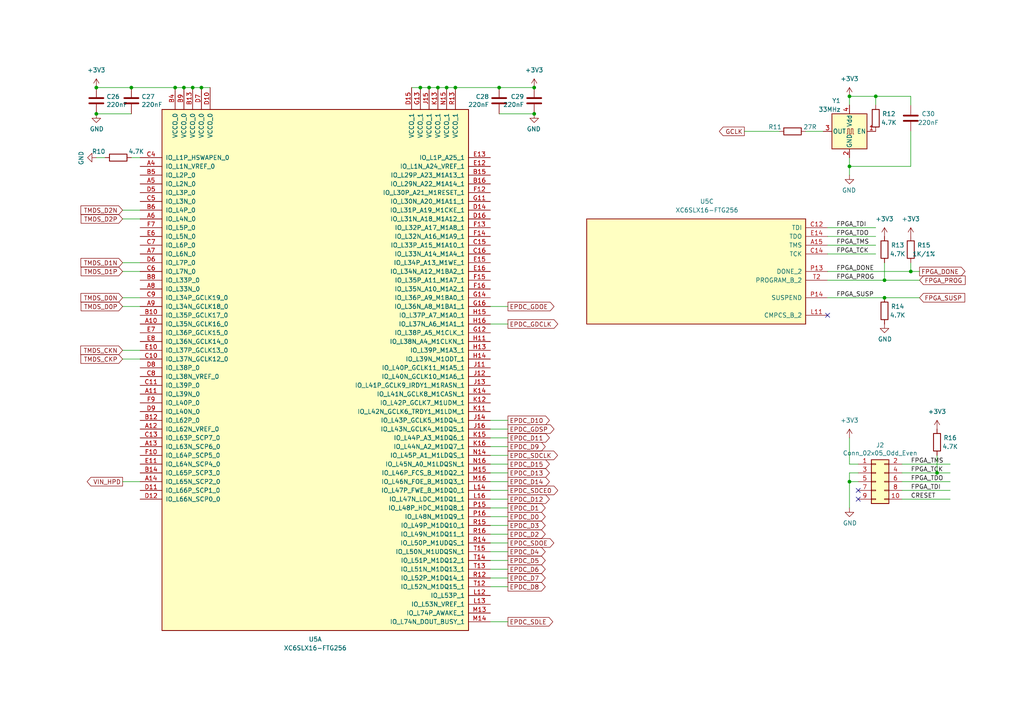
<source format=kicad_sch>
(kicad_sch (version 20230121) (generator eeschema)
  (paper "A4")
  (title_block (title "Caster EPDC") (date "2022-07-03") (rev "R0.4") (company "Copyright 2022 Modos / Engineer: Wenting Zhang"))
  (lib_symbols
    (symbol "Connector_Generic:Conn_02x05_Odd_Even" (pin_names (offset 1.016) hide)
      (property "Reference" "J" (at 1.27 7.62 0))
      (property "Value" "Conn_02x05_Odd_Even" (at 1.27 -7.62 0))
      (symbol "Conn_02x05_Odd_Even_1_1"
        (rectangle (start -1.27 -4.953) (end 0 -5.207) (stroke (width 0.1524)))
        (rectangle (start -1.27 -2.413) (end 0 -2.667) (stroke (width 0.1524)))
        (rectangle (start -1.27 0.127) (end 0 -0.127) (stroke (width 0.1524)))
        (rectangle (start -1.27 2.667) (end 0 2.413) (stroke (width 0.1524)))
        (rectangle (start -1.27 5.207) (end 0 4.953) (stroke (width 0.1524)))
        (rectangle (start -1.27 6.35) (end 3.81 -6.35) (stroke (width 0.254)) (fill (type background)))
        (rectangle (start 3.81 -4.953) (end 2.54 -5.207) (stroke (width 0.1524)))
        (rectangle (start 3.81 -2.413) (end 2.54 -2.667) (stroke (width 0.1524)))
        (rectangle (start 3.81 0.127) (end 2.54 -0.127) (stroke (width 0.1524)))
        (rectangle (start 3.81 2.667) (end 2.54 2.413) (stroke (width 0.1524)))
        (rectangle (start 3.81 5.207) (end 2.54 4.953) (stroke (width 0.1524)))
        (pin passive line (at -5.08 5.08 0) (length 3.81) (name "Pin_1") (number "1"))
        (pin passive line (at 7.62 -5.08 180) (length 3.81) (name "Pin_10") (number "10"))
        (pin passive line (at 7.62 5.08 180) (length 3.81) (name "Pin_2") (number "2"))
        (pin passive line (at -5.08 2.54 0) (length 3.81) (name "Pin_3") (number "3"))
        (pin passive line (at 7.62 2.54 180) (length 3.81) (name "Pin_4") (number "4"))
        (pin passive line (at -5.08 0 0) (length 3.81) (name "Pin_5") (number "5"))
        (pin passive line (at 7.62 0 180) (length 3.81) (name "Pin_6") (number "6"))
        (pin passive line (at -5.08 -2.54 0) (length 3.81) (name "Pin_7") (number "7"))
        (pin passive line (at 7.62 -2.54 180) (length 3.81) (name "Pin_8") (number "8"))
        (pin passive line (at -5.08 -5.08 0) (length 3.81) (name "Pin_9") (number "9"))
      )
    )
    (symbol "Device:C" (pin_numbers hide) (pin_names (offset 0.254))
      (property "Reference" "C" (at 0.635 2.54 0))
      (property "Value" "C" (at 0.635 -2.54 0))
      (symbol "C_0_1"
        (polyline (pts (xy -2.032 -0.762) (xy 2.032 -0.762)) (stroke (width 0.508)))
        (polyline (pts (xy -2.032 0.762) (xy 2.032 0.762)) (stroke (width 0.508)))
      )
      (symbol "C_1_1"
        (pin passive line (at 0 3.81 270) (length 2.794) (name "~") (number "1"))
        (pin passive line (at 0 -3.81 90) (length 2.794) (name "~") (number "2"))
      )
    )
    (symbol "Device:R" (pin_numbers hide) (pin_names (offset 0))
      (property "Reference" "R" (at 2.032 0 90))
      (property "Value" "R" (at 0 0 90))
      (symbol "R_0_1"
        (rectangle (start -1.016 -2.54) (end 1.016 2.54) (stroke (width 0.254)))
      )
      (symbol "R_1_1"
        (pin passive line (at 0 3.81 270) (length 1.27) (name "~") (number "1"))
        (pin passive line (at 0 -3.81 90) (length 1.27) (name "~") (number "2"))
      )
    )
    (symbol "FPGA_Xilinx_Spartan6:XC6SLX16-FTG256" (pin_names (offset 1.016))
      (property "Reference" "U" (at 0 1.27 0))
      (property "Value" "XC6SLX16-FTG256" (at 0 -1.27 0))
      (symbol "XC6SLX16-FTG256_1_1"
        (rectangle (start -44.45 72.39) (end 44.45 -78.74) (stroke (width 0.254)) (fill (type background)))
        (pin bidirectional line (at -50.8 10.16 0) (length 6.35) (name "IO_L35N_GCLK16_0") (number "A10"))
        (pin bidirectional line (at -50.8 -10.16 0) (length 6.35) (name "IO_L39N_0") (number "A11"))
        (pin bidirectional line (at -50.8 -20.32 0) (length 6.35) (name "IO_L62N_VREF_0") (number "A12"))
        (pin bidirectional line (at -50.8 -25.4 0) (length 6.35) (name "IO_L63N_SCP6_0") (number "A13"))
        (pin bidirectional line (at -50.8 -35.56 0) (length 6.35) (name "IO_L65N_SCP2_0") (number "A14"))
        (pin bidirectional line (at -50.8 55.88 0) (length 6.35) (name "IO_L1N_VREF_0") (number "A4"))
        (pin bidirectional line (at -50.8 50.8 0) (length 6.35) (name "IO_L2N_0") (number "A5"))
        (pin bidirectional line (at -50.8 40.64 0) (length 6.35) (name "IO_L4N_0") (number "A6"))
        (pin bidirectional line (at -50.8 30.48 0) (length 6.35) (name "IO_L6N_0") (number "A7"))
        (pin bidirectional line (at -50.8 20.32 0) (length 6.35) (name "IO_L33N_0") (number "A8"))
        (pin bidirectional line (at -50.8 15.24 0) (length 6.35) (name "IO_L34N_GCLK18_0") (number "A9"))
        (pin bidirectional line (at -50.8 12.7 0) (length 6.35) (name "IO_L35P_GCLK17_0") (number "B10"))
        (pin bidirectional line (at -50.8 -17.78 0) (length 6.35) (name "IO_L62P_0") (number "B12"))
        (pin power_in line (at -35.56 78.74 270) (length 6.35) (name "VCCO_0") (number "B13"))
        (pin bidirectional line (at -50.8 -33.02 0) (length 6.35) (name "IO_L65P_SCP3_0") (number "B14"))
        (pin bidirectional line (at 50.8 53.34 180) (length 6.35) (name "IO_L29P_A23_M1A13_1") (number "B15"))
        (pin bidirectional line (at 50.8 50.8 180) (length 6.35) (name "IO_L29N_A22_M1A14_1") (number "B16"))
        (pin power_in line (at -40.64 78.74 270) (length 6.35) (name "VCCO_0") (number "B4"))
        (pin bidirectional line (at -50.8 53.34 0) (length 6.35) (name "IO_L2P_0") (number "B5"))
        (pin bidirectional line (at -50.8 43.18 0) (length 6.35) (name "IO_L4P_0") (number "B6"))
        (pin bidirectional line (at -50.8 22.86 0) (length 6.35) (name "IO_L33P_0") (number "B8"))
        (pin power_in line (at -38.1 78.74 270) (length 6.35) (name "VCCO_0") (number "B9"))
        (pin bidirectional line (at -50.8 0 0) (length 6.35) (name "IO_L37N_GCLK12_0") (number "C10"))
        (pin bidirectional line (at -50.8 -7.62 0) (length 6.35) (name "IO_L39P_0") (number "C11"))
        (pin bidirectional line (at -50.8 -22.86 0) (length 6.35) (name "IO_L63P_SCP7_0") (number "C13"))
        (pin bidirectional line (at 50.8 33.02 180) (length 6.35) (name "IO_L33P_A15_M1A10_1") (number "C15"))
        (pin bidirectional line (at 50.8 30.48 180) (length 6.35) (name "IO_L33N_A14_M1A4_1") (number "C16"))
        (pin bidirectional line (at -50.8 58.42 0) (length 6.35) (name "IO_L1P_HSWAPEN_0") (number "C4"))
        (pin bidirectional line (at -50.8 45.72 0) (length 6.35) (name "IO_L3N_0") (number "C5"))
        (pin bidirectional line (at -50.8 25.4 0) (length 6.35) (name "IO_L7N_0") (number "C6"))
        (pin bidirectional line (at -50.8 33.02 0) (length 6.35) (name "IO_L6P_0") (number "C7"))
        (pin bidirectional line (at -50.8 -5.08 0) (length 6.35) (name "IO_L38N_VREF_0") (number "C8"))
        (pin bidirectional line (at -50.8 17.78 0) (length 6.35) (name "IO_L34P_GCLK19_0") (number "C9"))
        (pin power_in line (at -30.48 78.74 270) (length 6.35) (name "VCCO_0") (number "D10"))
        (pin bidirectional line (at -50.8 -38.1 0) (length 6.35) (name "IO_L66P_SCP1_0") (number "D11"))
        (pin bidirectional line (at -50.8 -40.64 0) (length 6.35) (name "IO_L66N_SCP0_0") (number "D12"))
        (pin bidirectional line (at 50.8 43.18 180) (length 6.35) (name "IO_L31P_A19_M1CKE_1") (number "D14"))
        (pin power_in line (at 27.94 78.74 270) (length 6.35) (name "VCCO_1") (number "D15"))
        (pin bidirectional line (at 50.8 40.64 180) (length 6.35) (name "IO_L31N_A18_M1A12_1") (number "D16"))
        (pin bidirectional line (at -50.8 48.26 0) (length 6.35) (name "IO_L3P_0") (number "D5"))
        (pin bidirectional line (at -50.8 27.94 0) (length 6.35) (name "IO_L7P_0") (number "D6"))
        (pin power_in line (at -33.02 78.74 270) (length 6.35) (name "VCCO_0") (number "D7"))
        (pin bidirectional line (at -50.8 -2.54 0) (length 6.35) (name "IO_L38P_0") (number "D8"))
        (pin bidirectional line (at -50.8 -15.24 0) (length 6.35) (name "IO_L40N_0") (number "D9"))
        (pin bidirectional line (at -50.8 2.54 0) (length 6.35) (name "IO_L37P_GCLK13_0") (number "E10"))
        (pin bidirectional line (at -50.8 -30.48 0) (length 6.35) (name "IO_L64N_SCP4_0") (number "E11"))
        (pin bidirectional line (at 50.8 55.88 180) (length 6.35) (name "IO_L1N_A24_VREF_1") (number "E12"))
        (pin bidirectional line (at 50.8 58.42 180) (length 6.35) (name "IO_L1P_A25_1") (number "E13"))
        (pin bidirectional line (at 50.8 27.94 180) (length 6.35) (name "IO_L34P_A13_M1WE_1") (number "E15"))
        (pin bidirectional line (at 50.8 25.4 180) (length 6.35) (name "IO_L34N_A12_M1BA2_1") (number "E16"))
        (pin bidirectional line (at -50.8 35.56 0) (length 6.35) (name "IO_L5N_0") (number "E6"))
        (pin bidirectional line (at -50.8 7.62 0) (length 6.35) (name "IO_L36P_GCLK15_0") (number "E7"))
        (pin bidirectional line (at -50.8 5.08 0) (length 6.35) (name "IO_L36N_GCLK14_0") (number "E8"))
        (pin bidirectional line (at -50.8 -27.94 0) (length 6.35) (name "IO_L64P_SCP5_0") (number "F10"))
        (pin bidirectional line (at 50.8 48.26 180) (length 6.35) (name "IO_L30P_A21_M1RESET_1") (number "F12"))
        (pin bidirectional line (at 50.8 38.1 180) (length 6.35) (name "IO_L32P_A17_M1A8_1") (number "F13"))
        (pin bidirectional line (at 50.8 35.56 180) (length 6.35) (name "IO_L32N_A16_M1A9_1") (number "F14"))
        (pin bidirectional line (at 50.8 22.86 180) (length 6.35) (name "IO_L35P_A11_M1A7_1") (number "F15"))
        (pin bidirectional line (at 50.8 20.32 180) (length 6.35) (name "IO_L35N_A10_M1A2_1") (number "F16"))
        (pin bidirectional line (at -50.8 38.1 0) (length 6.35) (name "IO_L5P_0") (number "F7"))
        (pin bidirectional line (at -50.8 -12.7 0) (length 6.35) (name "IO_L40P_0") (number "F9"))
        (pin bidirectional line (at 50.8 45.72 180) (length 6.35) (name "IO_L30N_A20_M1A11_1") (number "G11"))
        (pin bidirectional line (at 50.8 7.62 180) (length 6.35) (name "IO_L38P_A5_M1CLK_1") (number "G12"))
        (pin power_in line (at 30.48 78.74 270) (length 6.35) (name "VCCO_1") (number "G13"))
        (pin bidirectional line (at 50.8 17.78 180) (length 6.35) (name "IO_L36P_A9_M1BA0_1") (number "G14"))
        (pin bidirectional line (at 50.8 15.24 180) (length 6.35) (name "IO_L36N_A8_M1BA1_1") (number "G16"))
        (pin bidirectional line (at 50.8 5.08 180) (length 6.35) (name "IO_L38N_A4_M1CLKN_1") (number "H11"))
        (pin bidirectional line (at 50.8 2.54 180) (length 6.35) (name "IO_L39P_M1A3_1") (number "H13"))
        (pin bidirectional line (at 50.8 0 180) (length 6.35) (name "IO_L39N_M1ODT_1") (number "H14"))
        (pin bidirectional line (at 50.8 12.7 180) (length 6.35) (name "IO_L37P_A7_M1A0_1") (number "H15"))
        (pin bidirectional line (at 50.8 10.16 180) (length 6.35) (name "IO_L37N_A6_M1A1_1") (number "H16"))
        (pin bidirectional line (at 50.8 -2.54 180) (length 6.35) (name "IO_L40P_GCLK11_M1A5_1") (number "J11"))
        (pin bidirectional line (at 50.8 -5.08 180) (length 6.35) (name "IO_L40N_GCLK10_M1A6_1") (number "J12"))
        (pin bidirectional line (at 50.8 -7.62 180) (length 6.35) (name "IO_L41P_GCLK9_IRDY1_M1RASN_1") (number "J13"))
        (pin bidirectional line (at 50.8 -17.78 180) (length 6.35) (name "IO_L43P_GCLK5_M1DQ4_1") (number "J14"))
        (pin power_in line (at 33.02 78.74 270) (length 6.35) (name "VCCO_1") (number "J15"))
        (pin bidirectional line (at 50.8 -20.32 180) (length 6.35) (name "IO_L43N_GCLK4_M1DQ5_1") (number "J16"))
        (pin bidirectional line (at 50.8 -15.24 180) (length 6.35) (name "IO_L42N_GCLK6_TRDY1_M1LDM_1") (number "K11"))
        (pin bidirectional line (at 50.8 -12.7 180) (length 6.35) (name "IO_L42P_GCLK7_M1UDM_1") (number "K12"))
        (pin power_in line (at 35.56 78.74 270) (length 6.35) (name "VCCO_1") (number "K13"))
        (pin bidirectional line (at 50.8 -10.16 180) (length 6.35) (name "IO_L41N_GCLK8_M1CASN_1") (number "K14"))
        (pin bidirectional line (at 50.8 -22.86 180) (length 6.35) (name "IO_L44P_A3_M1DQ6_1") (number "K15"))
        (pin bidirectional line (at 50.8 -25.4 180) (length 6.35) (name "IO_L44N_A2_M1DQ7_1") (number "K16"))
        (pin bidirectional line (at 50.8 -68.58 180) (length 6.35) (name "IO_L53P_1") (number "L12"))
        (pin bidirectional line (at 50.8 -71.12 180) (length 6.35) (name "IO_L53N_VREF_1") (number "L13"))
        (pin bidirectional line (at 50.8 -38.1 180) (length 6.35) (name "IO_L47P_FWE_B_M1DQ0_1") (number "L14"))
        (pin bidirectional line (at 50.8 -40.64 180) (length 6.35) (name "IO_L47N_LDC_M1DQ1_1") (number "L16"))
        (pin bidirectional line (at 50.8 -73.66 180) (length 6.35) (name "IO_L74P_AWAKE_1") (number "M13"))
        (pin bidirectional line (at 50.8 -76.2 180) (length 6.35) (name "IO_L74N_DOUT_BUSY_1") (number "M14"))
        (pin bidirectional line (at 50.8 -33.02 180) (length 6.35) (name "IO_L46P_FCS_B_M1DQ2_1") (number "M15"))
        (pin bidirectional line (at 50.8 -35.56 180) (length 6.35) (name "IO_L46N_FOE_B_M1DQ3_1") (number "M16"))
        (pin bidirectional line (at 50.8 -27.94 180) (length 6.35) (name "IO_L45P_A1_M1LDQS_1") (number "N14"))
        (pin power_in line (at 38.1 78.74 270) (length 6.35) (name "VCCO_1") (number "N15"))
        (pin bidirectional line (at 50.8 -30.48 180) (length 6.35) (name "IO_L45N_A0_M1LDQSN_1") (number "N16"))
        (pin bidirectional line (at 50.8 -43.18 180) (length 6.35) (name "IO_L48P_HDC_M1DQ8_1") (number "P15"))
        (pin bidirectional line (at 50.8 -45.72 180) (length 6.35) (name "IO_L48N_M1DQ9_1") (number "P16"))
        (pin bidirectional line (at 50.8 -63.5 180) (length 6.35) (name "IO_L52P_M1DQ14_1") (number "R12"))
        (pin power_in line (at 40.64 78.74 270) (length 6.35) (name "VCCO_1") (number "R13"))
        (pin bidirectional line (at 50.8 -53.34 180) (length 6.35) (name "IO_L50P_M1UDQS_1") (number "R14"))
        (pin bidirectional line (at 50.8 -48.26 180) (length 6.35) (name "IO_L49P_M1DQ10_1") (number "R15"))
        (pin bidirectional line (at 50.8 -50.8 180) (length 6.35) (name "IO_L49N_M1DQ11_1") (number "R16"))
        (pin bidirectional line (at 50.8 -66.04 180) (length 6.35) (name "IO_L52N_M1DQ15_1") (number "T12"))
        (pin bidirectional line (at 50.8 -60.96 180) (length 6.35) (name "IO_L51N_M1DQ13_1") (number "T13"))
        (pin bidirectional line (at 50.8 -58.42 180) (length 6.35) (name "IO_L51P_M1DQ12_1") (number "T14"))
        (pin bidirectional line (at 50.8 -55.88 180) (length 6.35) (name "IO_L50N_M1UDQSN_1") (number "T15"))
      )
      (symbol "XC6SLX16-FTG256_2_1"
        (rectangle (start -44.45 72.39) (end 44.45 -78.74) (stroke (width 0.254)) (fill (type background)))
        (pin bidirectional line (at 50.8 -55.88 180) (length 6.35) (name "IO_L52N_M3A9_3") (number "A2"))
        (pin bidirectional line (at 50.8 -76.2 180) (length 6.35) (name "IO_L83N_VREF_3") (number "A3"))
        (pin bidirectional line (at 50.8 -45.72 180) (length 6.35) (name "IO_L50N_M3BA2_3") (number "B1"))
        (pin bidirectional line (at 50.8 -53.34 180) (length 6.35) (name "IO_L52P_M3A8_3") (number "B2"))
        (pin bidirectional line (at 50.8 -73.66 180) (length 6.35) (name "IO_L83P_3") (number "B3"))
        (pin bidirectional line (at 50.8 -43.18 180) (length 6.35) (name "IO_L50P_M3WE_3") (number "C1"))
        (pin bidirectional line (at 50.8 -35.56 180) (length 6.35) (name "IO_L48N_M3BA1_3") (number "C2"))
        (pin bidirectional line (at 50.8 -33.02 180) (length 6.35) (name "IO_L48P_M3BA0_3") (number "C3"))
        (pin bidirectional line (at 50.8 -40.64 180) (length 6.35) (name "IO_L49N_M3A2_3") (number "D1"))
        (pin power_in line (at 30.48 78.74 270) (length 6.35) (name "VCCO_3") (number "D2"))
        (pin bidirectional line (at 50.8 -38.1 180) (length 6.35) (name "IO_L49P_M3A7_3") (number "D3"))
        (pin bidirectional line (at 50.8 -25.4 180) (length 6.35) (name "IO_L46N_M3CLKN_3") (number "E1"))
        (pin bidirectional line (at 50.8 -22.86 180) (length 6.35) (name "IO_L46P_M3CLK_3") (number "E2"))
        (pin bidirectional line (at 50.8 -66.04 180) (length 6.35) (name "IO_L54N_M3A11_3") (number "E3"))
        (pin bidirectional line (at 50.8 -63.5 180) (length 6.35) (name "IO_L54P_M3RESET_3") (number "E4"))
        (pin bidirectional line (at 50.8 0 180) (length 6.35) (name "IO_L41N_GCLK26_M3DQ5_3") (number "F1"))
        (pin bidirectional line (at 50.8 2.54 180) (length 6.35) (name "IO_L41P_GCLK27_M3DQ4_3") (number "F2"))
        (pin bidirectional line (at 50.8 -60.96 180) (length 6.35) (name "IO_L53N_M3A12_3") (number "F3"))
        (pin bidirectional line (at 50.8 -58.42 180) (length 6.35) (name "IO_L53P_M3CKE_3") (number "F4"))
        (pin bidirectional line (at 50.8 -71.12 180) (length 6.35) (name "IO_L55N_M3A14_3") (number "F5"))
        (pin bidirectional line (at 50.8 -68.58 180) (length 6.35) (name "IO_L55P_M3A13_3") (number "F6"))
        (pin bidirectional line (at 50.8 5.08 180) (length 6.35) (name "IO_L40N_M3DQ7_3") (number "G1"))
        (pin bidirectional line (at 50.8 7.62 180) (length 6.35) (name "IO_L40P_M3DQ6_3") (number "G3"))
        (pin power_in line (at 33.02 78.74 270) (length 6.35) (name "VCCO_3") (number "G4"))
        (pin bidirectional line (at 50.8 -50.8 180) (length 6.35) (name "IO_L51N_M3A4_3") (number "G5"))
        (pin bidirectional line (at 50.8 -48.26 180) (length 6.35) (name "IO_L51P_M3A10_3") (number "G6"))
        (pin bidirectional line (at 50.8 10.16 180) (length 6.35) (name "IO_L39N_M3LDQSN_3") (number "H1"))
        (pin bidirectional line (at 50.8 12.7 180) (length 6.35) (name "IO_L39P_M3LDQS_3") (number "H2"))
        (pin bidirectional line (at 50.8 -15.24 180) (length 6.35) (name "IO_L44N_GCLK20_M3A6_3") (number "H3"))
        (pin bidirectional line (at 50.8 -12.7 180) (length 6.35) (name "IO_L44P_GCLK21_M3A5_3") (number "H4"))
        (pin bidirectional line (at 50.8 -10.16 180) (length 6.35) (name "IO_L43N_GCLK22_IRDY2_M3CASN_3") (number "H5"))
        (pin bidirectional line (at 50.8 15.24 180) (length 6.35) (name "IO_L38N_M3DQ3_3") (number "J1"))
        (pin power_in line (at 35.56 78.74 270) (length 6.35) (name "VCCO_3") (number "J2"))
        (pin bidirectional line (at 50.8 17.78 180) (length 6.35) (name "IO_L38P_M3DQ2_3") (number "J3"))
        (pin bidirectional line (at 50.8 -5.08 180) (length 6.35) (name "IO_L42N_GCLK24_M3LDM_3") (number "J4"))
        (pin bidirectional line (at 50.8 -7.62 180) (length 6.35) (name "IO_L43P_GCLK23_M3RASN_3") (number "J6"))
        (pin bidirectional line (at 50.8 20.32 180) (length 6.35) (name "IO_L37N_M3DQ1_3") (number "K1"))
        (pin bidirectional line (at 50.8 22.86 180) (length 6.35) (name "IO_L37P_M3DQ0_3") (number "K2"))
        (pin bidirectional line (at 50.8 -2.54 180) (length 6.35) (name "IO_L42P_GCLK25_TRDY2_M3UDM_3") (number "K3"))
        (pin power_in line (at 38.1 78.74 270) (length 6.35) (name "VCCO_3") (number "K4"))
        (pin bidirectional line (at 50.8 -27.94 180) (length 6.35) (name "IO_L47P_M3A0_3") (number "K5"))
        (pin bidirectional line (at 50.8 -30.48 180) (length 6.35) (name "IO_L47N_M3A1_3") (number "K6"))
        (pin bidirectional line (at 50.8 25.4 180) (length 6.35) (name "IO_L36N_M3DQ9_3") (number "L1"))
        (pin bidirectional line (at -50.8 27.94 0) (length 6.35) (name "IO_L16P_2") (number "L10"))
        (pin bidirectional line (at 50.8 27.94 180) (length 6.35) (name "IO_L36P_M3DQ8_3") (number "L3"))
        (pin bidirectional line (at 50.8 -17.78 180) (length 6.35) (name "IO_L45P_M3A3_3") (number "L4"))
        (pin bidirectional line (at 50.8 -20.32 180) (length 6.35) (name "IO_L45N_M3ODT_3") (number "L5"))
        (pin bidirectional line (at -50.8 -20.32 0) (length 6.35) (name "IO_L62N_D6_2") (number "L7"))
        (pin bidirectional line (at -50.8 -17.78 0) (length 6.35) (name "IO_L62P_D5_2") (number "L8"))
        (pin bidirectional line (at 50.8 30.48 180) (length 6.35) (name "IO_L35N_M3DQ11_3") (number "M1"))
        (pin bidirectional line (at -50.8 25.4 0) (length 6.35) (name "IO_L16N_VREF_2") (number "M10"))
        (pin bidirectional line (at -50.8 50.8 0) (length 6.35) (name "IO_L2N_CMPMOSI_2") (number "M11"))
        (pin bidirectional line (at -50.8 53.34 0) (length 6.35) (name "IO_L2P_CMPCLK_2") (number "M12"))
        (pin bidirectional line (at 50.8 33.02 180) (length 6.35) (name "IO_L35P_M3DQ10_3") (number "M2"))
        (pin bidirectional line (at 50.8 55.88 180) (length 6.35) (name "IO_L1N_VREF_3") (number "M3"))
        (pin bidirectional line (at 50.8 58.42 180) (length 6.35) (name "IO_L1P_3") (number "M4"))
        (pin bidirectional line (at 50.8 53.34 180) (length 6.35) (name "IO_L2P_3") (number "M5"))
        (pin bidirectional line (at -50.8 -27.94 0) (length 6.35) (name "IO_L64P_D8_2") (number "M6"))
        (pin bidirectional line (at -50.8 5.08 0) (length 6.35) (name "IO_L31N_GCLK30_D15_2") (number "M7"))
        (pin bidirectional line (at -50.8 17.78 0) (length 6.35) (name "IO_L29P_GCLK3_2") (number "M9"))
        (pin bidirectional line (at 50.8 35.56 180) (length 6.35) (name "IO_L34N_M3UDQSN_3") (number "N1"))
        (pin power_in line (at -38.1 78.74 270) (length 6.35) (name "VCCO_2") (number "N10"))
        (pin bidirectional line (at -50.8 38.1 0) (length 6.35) (name "IO_L13P_M1_2") (number "N11"))
        (pin bidirectional line (at -50.8 43.18 0) (length 6.35) (name "IO_L12P_D1_MISO2_2") (number "N12"))
        (pin power_in line (at 40.64 78.74 270) (length 6.35) (name "VCCO_3") (number "N2"))
        (pin bidirectional line (at 50.8 38.1 180) (length 6.35) (name "IO_L34P_M3UDQS_3") (number "N3"))
        (pin bidirectional line (at 50.8 50.8 180) (length 6.35) (name "IO_L2N_3") (number "N4"))
        (pin bidirectional line (at -50.8 -12.7 0) (length 6.35) (name "IO_L49P_D3_2") (number "N5"))
        (pin bidirectional line (at -50.8 -30.48 0) (length 6.35) (name "IO_L64N_D9_2") (number "N6"))
        (pin power_in line (at -40.64 78.74 270) (length 6.35) (name "VCCO_2") (number "N7"))
        (pin bidirectional line (at -50.8 15.24 0) (length 6.35) (name "IO_L29N_GCLK2_2") (number "N8"))
        (pin bidirectional line (at -50.8 33.02 0) (length 6.35) (name "IO_L14P_D11_2") (number "N9"))
        (pin bidirectional line (at 50.8 40.64 180) (length 6.35) (name "IO_L33N_M3DQ13_3") (number "P1"))
        (pin bidirectional line (at -50.8 48.26 0) (length 6.35) (name "IO_L3P_D0_DIN_MISO_MISO1_2") (number "P10"))
        (pin bidirectional line (at -50.8 35.56 0) (length 6.35) (name "IO_L13N_D10_2") (number "P11"))
        (pin bidirectional line (at -50.8 40.64 0) (length 6.35) (name "IO_L12N_D2_MISO3_2") (number "P12"))
        (pin bidirectional line (at 50.8 43.18 180) (length 6.35) (name "IO_L33P_M3DQ12_3") (number "P2"))
        (pin bidirectional line (at -50.8 -22.86 0) (length 6.35) (name "IO_L63P_2") (number "P4"))
        (pin bidirectional line (at -50.8 -15.24 0) (length 6.35) (name "IO_L49N_D4_2") (number "P5"))
        (pin bidirectional line (at -50.8 -2.54 0) (length 6.35) (name "IO_L47P_2") (number "P6"))
        (pin bidirectional line (at -50.8 7.62 0) (length 6.35) (name "IO_L31P_GCLK31_D14_2") (number "P7"))
        (pin bidirectional line (at -50.8 12.7 0) (length 6.35) (name "IO_L30P_GCLK1_D13_2") (number "P8"))
        (pin bidirectional line (at -50.8 30.48 0) (length 6.35) (name "IO_L14N_D12_2") (number "P9"))
        (pin bidirectional line (at 50.8 45.72 180) (length 6.35) (name "IO_L32N_M3DQ15_3") (number "R1"))
        (pin bidirectional line (at -50.8 58.42 0) (length 6.35) (name "IO_L1P_CCLK_2") (number "R11"))
        (pin bidirectional line (at 50.8 48.26 180) (length 6.35) (name "IO_L32P_M3DQ14_3") (number "R2"))
        (pin bidirectional line (at -50.8 -33.02 0) (length 6.35) (name "IO_L65P_INIT_B_2") (number "R3"))
        (pin power_in line (at -35.56 78.74 270) (length 6.35) (name "VCCO_2") (number "R4"))
        (pin bidirectional line (at -50.8 -7.62 0) (length 6.35) (name "IO_L48P_D7_2") (number "R5"))
        (pin bidirectional line (at -50.8 2.54 0) (length 6.35) (name "IO_L32P_GCLK29_2") (number "R7"))
        (pin power_in line (at -33.02 78.74 270) (length 6.35) (name "VCCO_2") (number "R8"))
        (pin bidirectional line (at -50.8 22.86 0) (length 6.35) (name "IO_L23P_2") (number "R9"))
        (pin bidirectional line (at -50.8 45.72 0) (length 6.35) (name "IO_L3N_MOSI_CSI_B_MISO0_2") (number "T10"))
        (pin bidirectional line (at -50.8 55.88 0) (length 6.35) (name "IO_L1N_M0_CMPMISO_2") (number "T11"))
        (pin bidirectional line (at -50.8 -35.56 0) (length 6.35) (name "IO_L65N_CSO_B_2") (number "T3"))
        (pin bidirectional line (at -50.8 -25.4 0) (length 6.35) (name "IO_L63N_2") (number "T4"))
        (pin bidirectional line (at -50.8 -10.16 0) (length 6.35) (name "IO_L48N_RDWR_B_VREF_2") (number "T5"))
        (pin bidirectional line (at -50.8 -5.08 0) (length 6.35) (name "IO_L47N_2") (number "T6"))
        (pin bidirectional line (at -50.8 0 0) (length 6.35) (name "IO_L32N_GCLK28_2") (number "T7"))
        (pin bidirectional line (at -50.8 10.16 0) (length 6.35) (name "IO_L30N_GCLK0_USERCCLK_2") (number "T8"))
        (pin bidirectional line (at -50.8 20.32 0) (length 6.35) (name "IO_L23N_2") (number "T9"))
      )
      (symbol "XC6SLX16-FTG256_3_1"
        (rectangle (start -31.75 15.24) (end 31.75 -15.24) (stroke (width 0.254)) (fill (type background)))
        (pin bidirectional line (at 38.1 7.62 180) (length 6.35) (name "TMS") (number "A15"))
        (pin bidirectional line (at 38.1 12.7 180) (length 6.35) (name "TDI") (number "C12"))
        (pin bidirectional line (at 38.1 5.08 180) (length 6.35) (name "TCK") (number "C14"))
        (pin bidirectional line (at 38.1 10.16 180) (length 6.35) (name "TDO") (number "E14"))
        (pin bidirectional line (at 38.1 -12.7 180) (length 6.35) (name "CMPCS_B_2") (number "L11"))
        (pin bidirectional line (at 38.1 0 180) (length 6.35) (name "DONE_2") (number "P13"))
        (pin bidirectional line (at 38.1 -7.62 180) (length 6.35) (name "SUSPEND") (number "P14"))
        (pin bidirectional line (at 38.1 -2.54 180) (length 6.35) (name "PROGRAM_B_2") (number "T2"))
      )
      (symbol "XC6SLX16-FTG256_4_1"
        (rectangle (start -19.05 30.48) (end 19.05 -30.48) (stroke (width 0.254)) (fill (type background)))
        (pin power_in line (at -25.4 2.54 0) (length 6.35) (name "GND") (number "A1"))
        (pin power_in line (at -25.4 0 0) (length 6.35) (name "GND") (number "A16"))
        (pin power_in line (at -25.4 -5.08 0) (length 6.35) (name "GND") (number "B11"))
        (pin power_in line (at -25.4 -2.54 0) (length 6.35) (name "GND") (number "B7"))
        (pin power_in line (at -25.4 -10.16 0) (length 6.35) (name "GND") (number "D13"))
        (pin power_in line (at -25.4 -7.62 0) (length 6.35) (name "GND") (number "D4"))
        (pin power_in line (at -25.4 27.94 0) (length 6.35) (name "VCCAUX") (number "E5"))
        (pin power_in line (at -25.4 -12.7 0) (length 6.35) (name "GND") (number "E9"))
        (pin power_in line (at -25.4 22.86 0) (length 6.35) (name "VCCAUX") (number "F11"))
        (pin power_in line (at -25.4 25.4 0) (length 6.35) (name "VCCAUX") (number "F8"))
        (pin power_in line (at -25.4 20.32 0) (length 6.35) (name "VCCAUX") (number "G10"))
        (pin power_in line (at -25.4 -20.32 0) (length 6.35) (name "GND") (number "G15"))
        (pin power_in line (at -25.4 -15.24 0) (length 6.35) (name "GND") (number "G2"))
        (pin power_in line (at 25.4 27.94 180) (length 6.35) (name "VCCINT") (number "G7"))
        (pin power_in line (at -25.4 -17.78 0) (length 6.35) (name "GND") (number "G8"))
        (pin power_in line (at 25.4 25.4 180) (length 6.35) (name "VCCINT") (number "G9"))
        (pin power_in line (at 25.4 20.32 180) (length 6.35) (name "VCCINT") (number "H10"))
        (pin power_in line (at -25.4 -27.94 0) (length 6.35) (name "GND") (number "H12"))
        (pin power_in line (at -25.4 17.78 0) (length 6.35) (name "VCCAUX") (number "H6"))
        (pin power_in line (at -25.4 -22.86 0) (length 6.35) (name "GND") (number "H7"))
        (pin power_in line (at 25.4 22.86 180) (length 6.35) (name "VCCINT") (number "H8"))
        (pin power_in line (at -25.4 -25.4 0) (length 6.35) (name "GND") (number "H9"))
        (pin power_in line (at -25.4 15.24 0) (length 6.35) (name "VCCAUX") (number "J10"))
        (pin power_in line (at 25.4 2.54 180) (length 6.35) (name "GND") (number "J5"))
        (pin power_in line (at 25.4 17.78 180) (length 6.35) (name "VCCINT") (number "J7"))
        (pin power_in line (at 25.4 0 180) (length 6.35) (name "GND") (number "J8"))
        (pin power_in line (at 25.4 15.24 180) (length 6.35) (name "VCCINT") (number "J9"))
        (pin power_in line (at 25.4 10.16 180) (length 6.35) (name "VCCINT") (number "K10"))
        (pin power_in line (at 25.4 -2.54 180) (length 6.35) (name "GND") (number "K7"))
        (pin power_in line (at 25.4 12.7 180) (length 6.35) (name "VCCINT") (number "K8"))
        (pin power_in line (at 25.4 -5.08 180) (length 6.35) (name "GND") (number "K9"))
        (pin power_in line (at 25.4 -10.16 180) (length 6.35) (name "GND") (number "L15"))
        (pin power_in line (at 25.4 -7.62 180) (length 6.35) (name "GND") (number "L2"))
        (pin power_in line (at -25.4 12.7 0) (length 6.35) (name "VCCAUX") (number "L6"))
        (pin power_in line (at -25.4 10.16 0) (length 6.35) (name "VCCAUX") (number "L9"))
        (pin power_in line (at 25.4 -12.7 180) (length 6.35) (name "GND") (number "M8"))
        (pin power_in line (at 25.4 -15.24 180) (length 6.35) (name "GND") (number "N13"))
        (pin power_in line (at 25.4 -17.78 180) (length 6.35) (name "GND") (number "P3"))
        (pin power_in line (at 25.4 -22.86 180) (length 6.35) (name "GND") (number "R10"))
        (pin power_in line (at 25.4 -20.32 180) (length 6.35) (name "GND") (number "R6"))
        (pin power_in line (at 25.4 -25.4 180) (length 6.35) (name "GND") (number "T1"))
        (pin power_in line (at 25.4 -27.94 180) (length 6.35) (name "GND") (number "T16"))
      )
    )
    (symbol "Oscillator:ASE-xxxMHz" (pin_names (offset 0.254))
      (property "Reference" "X" (at -5.08 6.35 0))
      (property "Value" "ASE-xxxMHz" (at 1.27 -6.35 0))
      (symbol "ASE-xxxMHz_0_1"
        (rectangle (start -5.08 5.08) (end 5.08 -5.08) (stroke (width 0.254)) (fill (type background)))
        (polyline (pts (xy -1.27 -0.762) (xy -1.016 -0.762) (xy -1.016 0.762) (xy -0.508 0.762) (xy -0.508 -0.762) (xy 0 -0.762) (xy 0 0.762) (xy 0.508 0.762) (xy 0.508 -0.762) (xy 0.762 -0.762)))
      )
      (symbol "ASE-xxxMHz_1_1"
        (pin input line (at -7.62 0 0) (length 2.54) (name "EN") (number "1"))
        (pin power_in line (at 0 -7.62 90) (length 2.54) (name "GND") (number "2"))
        (pin output line (at 7.62 0 180) (length 2.54) (name "OUT") (number "3"))
        (pin power_in line (at 0 7.62 270) (length 2.54) (name "Vdd") (number "4"))
      )
    )
    (symbol "power:+3V3" (power) (pin_names (offset 0))
      (property "Value" "+3V3" (at 0 3.556 0))
      (symbol "+3V3_0_1"
        (polyline (pts (xy -0.762 1.27) (xy 0 2.54)))
        (polyline (pts (xy 0 0) (xy 0 2.54)))
        (polyline (pts (xy 0 2.54) (xy 0.762 1.27)))
      )
      (symbol "+3V3_1_1"
        (pin power_in line (at 0 0 90) (length 0) hide (name "+3V3") (number "1"))
      )
    )
    (symbol "power:GND" (power) (pin_names (offset 0))
      (property "Value" "GND" (at 0 -3.81 0))
      (symbol "GND_0_1"
        (polyline (pts (xy 0 0) (xy 0 -1.27) (xy 1.27 -1.27) (xy 0 -2.54) (xy -1.27 -1.27) (xy 0 -1.27)))
      )
      (symbol "GND_1_1"
        (pin power_in line (at 0 0 270) (length 0) hide (name "GND") (number "1"))
      )
    )
  )
  (junction (at 154.94 33.02))
  (junction (at 27.94 25.4))
  (junction (at 50.8 25.4))
  (junction (at 144.78 25.4) (diameter 0.9144))
  (junction (at 154.94 25.4))
  (junction (at 38.1 25.4) (diameter 0.9144))
  (junction (at 124.46 25.4))
  (junction (at 256.54 81.28))
  (junction (at 127 25.4))
  (junction (at 264.16 78.74))
  (junction (at 58.42 25.4))
  (junction (at 254 27.94))
  (junction (at 53.34 25.4))
  (junction (at 129.54 25.4))
  (junction (at 121.92 25.4))
  (junction (at 55.88 25.4))
  (junction (at 27.94 33.02))
  (junction (at 256.54 86.36))
  (junction (at 246.38 139.7) (diameter 0.9144))
  (junction (at 246.38 48.26))
  (junction (at 246.38 27.94))
  (junction (at 132.08 25.4))
  (junction (at 271.78 137.16) (diameter 0.9144))
  (no_connect (at 248.92 142.24))
  (no_connect (at 248.92 144.78))
  (no_connect (at 240.03 91.44))
  (wire (pts (xy 55.88 25.4) (xy 58.42 25.4)))
  (wire (pts (xy 58.42 25.4) (xy 60.96 25.4)))
  (wire (pts (xy 240.03 66.04) (xy 254 66.04)))
  (wire (pts (xy 254 27.94) (xy 254 30.48)))
  (wire (pts (xy 35.56 63.5) (xy 40.64 63.5)))
  (wire (pts (xy 154.94 25.4) (xy 144.78 25.4)))
  (wire (pts (xy 142.24 144.78) (xy 147.32 144.78)))
  (wire (pts (xy 264.16 78.74) (xy 266.7 78.74)))
  (wire (pts (xy 248.92 137.16) (xy 246.38 137.16)))
  (wire (pts (xy 233.68 38.1) (xy 238.76 38.1)))
  (wire (pts (xy 254 68.58) (xy 240.03 68.58)))
  (wire (pts (xy 142.24 121.92) (xy 147.32 121.92)))
  (wire (pts (xy 142.24 154.94) (xy 147.32 154.94)))
  (wire (pts (xy 256.54 86.36) (xy 266.7 86.36)))
  (wire (pts (xy 35.56 76.2) (xy 40.64 76.2)))
  (wire (pts (xy 275.59 134.62) (xy 261.62 134.62)))
  (wire (pts (xy 142.24 167.64) (xy 147.32 167.64)))
  (wire (pts (xy 142.24 170.18) (xy 147.32 170.18)))
  (wire (pts (xy 35.56 88.9) (xy 40.64 88.9)))
  (wire (pts (xy 38.1 45.72) (xy 40.64 45.72)))
  (wire (pts (xy 142.24 180.34) (xy 147.32 180.34)))
  (wire (pts (xy 256.54 76.2) (xy 256.54 81.28)))
  (wire (pts (xy 142.24 152.4) (xy 147.32 152.4)))
  (wire (pts (xy 240.03 78.74) (xy 264.16 78.74)))
  (wire (pts (xy 35.56 86.36) (xy 40.64 86.36)))
  (wire (pts (xy 246.38 48.26) (xy 246.38 50.8)))
  (wire (pts (xy 246.38 45.72) (xy 246.38 48.26)))
  (wire (pts (xy 27.94 45.72) (xy 30.48 45.72)))
  (wire (pts (xy 254 71.12) (xy 240.03 71.12)))
  (wire (pts (xy 271.78 137.16) (xy 261.62 137.16)))
  (wire (pts (xy 142.24 165.1) (xy 147.32 165.1)))
  (wire (pts (xy 119.38 25.4) (xy 121.92 25.4)))
  (wire (pts (xy 121.92 25.4) (xy 124.46 25.4)))
  (wire (pts (xy 124.46 25.4) (xy 127 25.4)))
  (wire (pts (xy 246.38 137.16) (xy 246.38 139.7)))
  (wire (pts (xy 248.92 139.7) (xy 246.38 139.7)))
  (wire (pts (xy 35.56 101.6) (xy 40.64 101.6)))
  (wire (pts (xy 142.24 162.56) (xy 147.32 162.56)))
  (wire (pts (xy 35.56 60.96) (xy 40.64 60.96)))
  (wire (pts (xy 142.24 147.32) (xy 147.32 147.32)))
  (wire (pts (xy 254 73.66) (xy 240.03 73.66)))
  (wire (pts (xy 264.16 27.94) (xy 254 27.94)))
  (wire (pts (xy 264.16 27.94) (xy 264.16 30.48)))
  (wire (pts (xy 246.38 139.7) (xy 246.38 147.32)))
  (wire (pts (xy 264.16 76.2) (xy 264.16 78.74)))
  (wire (pts (xy 35.56 139.7) (xy 40.64 139.7)))
  (wire (pts (xy 271.78 132.08) (xy 271.78 137.16)))
  (wire (pts (xy 142.24 137.16) (xy 147.32 137.16)))
  (wire (pts (xy 142.24 124.46) (xy 147.32 124.46)))
  (wire (pts (xy 240.03 86.36) (xy 256.54 86.36)))
  (wire (pts (xy 256.54 81.28) (xy 266.7 81.28)))
  (wire (pts (xy 142.24 149.86) (xy 147.32 149.86)))
  (wire (pts (xy 246.38 134.62) (xy 248.92 134.62)))
  (wire (pts (xy 261.62 144.78) (xy 275.59 144.78)))
  (wire (pts (xy 215.9 38.1) (xy 226.06 38.1)))
  (wire (pts (xy 142.24 139.7) (xy 147.32 139.7)))
  (wire (pts (xy 38.1 33.02) (xy 27.94 33.02)))
  (wire (pts (xy 240.03 81.28) (xy 256.54 81.28)))
  (wire (pts (xy 142.24 88.9) (xy 147.32 88.9)))
  (wire (pts (xy 142.24 134.62) (xy 147.32 134.62)))
  (wire (pts (xy 264.16 38.1) (xy 264.16 48.26)))
  (wire (pts (xy 264.16 48.26) (xy 246.38 48.26)))
  (wire (pts (xy 246.38 127) (xy 246.38 134.62)))
  (wire (pts (xy 142.24 127) (xy 147.32 127)))
  (wire (pts (xy 38.1 25.4) (xy 50.8 25.4)))
  (wire (pts (xy 50.8 25.4) (xy 53.34 25.4)))
  (wire (pts (xy 53.34 25.4) (xy 55.88 25.4)))
  (wire (pts (xy 275.59 137.16) (xy 271.78 137.16)))
  (wire (pts (xy 142.24 132.08) (xy 147.32 132.08)))
  (wire (pts (xy 35.56 78.74) (xy 40.64 78.74)))
  (wire (pts (xy 129.54 25.4) (xy 127 25.4)))
  (wire (pts (xy 132.08 25.4) (xy 129.54 25.4)))
  (wire (pts (xy 144.78 25.4) (xy 132.08 25.4)))
  (wire (pts (xy 142.24 160.02) (xy 147.32 160.02)))
  (wire (pts (xy 275.59 142.24) (xy 261.62 142.24)))
  (wire (pts (xy 144.78 33.02) (xy 154.94 33.02)))
  (wire (pts (xy 142.24 93.98) (xy 147.32 93.98)))
  (wire (pts (xy 246.38 27.94) (xy 246.38 30.48)))
  (wire (pts (xy 142.24 129.54) (xy 147.32 129.54)))
  (wire (pts (xy 246.38 27.94) (xy 254 27.94)))
  (wire (pts (xy 142.24 157.48) (xy 147.32 157.48)))
  (wire (pts (xy 27.94 25.4) (xy 38.1 25.4)))
  (wire (pts (xy 275.59 139.7) (xy 261.62 139.7)))
  (wire (pts (xy 142.24 142.24) (xy 147.32 142.24)))
  (wire (pts (xy 35.56 104.14) (xy 40.64 104.14)))
  (label "FPGA_TMS" (at 242.57 71.12 0))
  (label "FPGA_PROG" (at 242.57 81.28 0))
  (label "FPGA_DONE" (at 242.57 78.74 0))
  (label "FPGA_TMS" (at 264.16 134.62 0))
  (label "FPGA_TCK" (at 242.57 73.66 0))
  (label "FPGA_SUSP" (at 242.57 86.36 0))
  (label "CRESET" (at 264.16 144.78 0))
  (label "FPGA_TCK" (at 264.16 137.16 0))
  (label "FPGA_TDO" (at 242.57 68.58 0))
  (label "FPGA_TDI" (at 242.57 66.04 0))
  (label "FPGA_TDI" (at 264.16 142.24 0))
  (label "FPGA_TDO" (at 264.16 139.7 0))
  (global_label "EPDC_D6" (shape output) (at 147.32 165.1 0) (property "Intersheetrefs" "${INTERSHEET_REFS}" (effects hide)))
  (global_label "EPDC_SDCLK" (shape output) (at 147.32 132.08 0) (property "Intersheetrefs" "${INTERSHEET_REFS}" (effects hide)))
  (global_label "EPDC_D9" (shape output) (at 147.32 129.54 0) (property "Intersheetrefs" "${INTERSHEET_REFS}" (effects hide)))
  (global_label "TMDS_D2N" (shape input) (at 35.56 60.96 180) (property "Intersheetrefs" "${INTERSHEET_REFS}" (effects hide)))
  (global_label "TMDS_CKN" (shape input) (at 35.56 101.6 180) (property "Intersheetrefs" "${INTERSHEET_REFS}" (effects hide)))
  (global_label "EPDC_D13" (shape output) (at 147.32 137.16 0) (property "Intersheetrefs" "${INTERSHEET_REFS}" (effects hide)))
  (global_label "VIN_HPD" (shape output) (at 35.56 139.7 180) (property "Intersheetrefs" "${INTERSHEET_REFS}" (effects hide)))
  (global_label "FPGA_DONE" (shape output) (at 266.7 78.74 0) (property "Intersheetrefs" "${INTERSHEET_REFS}" (effects hide)))
  (global_label "EPDC_D11" (shape output) (at 147.32 127 0) (property "Intersheetrefs" "${INTERSHEET_REFS}" (effects hide)))
  (global_label "EPDC_GDOE" (shape output) (at 147.32 88.9 0) (property "Intersheetrefs" "${INTERSHEET_REFS}" (effects hide)))
  (global_label "EPDC_D3" (shape output) (at 147.32 152.4 0) (property "Intersheetrefs" "${INTERSHEET_REFS}" (effects hide)))
  (global_label "EPDC_D0" (shape output) (at 147.32 149.86 0) (property "Intersheetrefs" "${INTERSHEET_REFS}" (effects hide)))
  (global_label "EPDC_GDSP" (shape output) (at 147.32 124.46 0) (property "Intersheetrefs" "${INTERSHEET_REFS}" (effects hide)))
  (global_label "TMDS_D2P" (shape input) (at 35.56 63.5 180) (property "Intersheetrefs" "${INTERSHEET_REFS}" (effects hide)))
  (global_label "EPDC_D15" (shape output) (at 147.32 134.62 0) (property "Intersheetrefs" "${INTERSHEET_REFS}" (effects hide)))
  (global_label "TMDS_CKP" (shape input) (at 35.56 104.14 180) (property "Intersheetrefs" "${INTERSHEET_REFS}" (effects hide)))
  (global_label "EPDC_D4" (shape output) (at 147.32 160.02 0) (property "Intersheetrefs" "${INTERSHEET_REFS}" (effects hide)))
  (global_label "EPDC_SDOE" (shape output) (at 147.32 157.48 0) (property "Intersheetrefs" "${INTERSHEET_REFS}" (effects hide)))
  (global_label "TMDS_D1P" (shape input) (at 35.56 78.74 180) (property "Intersheetrefs" "${INTERSHEET_REFS}" (effects hide)))
  (global_label "EPDC_SDCE0" (shape output) (at 147.32 142.24 0) (property "Intersheetrefs" "${INTERSHEET_REFS}" (effects hide)))
  (global_label "EPDC_D10" (shape output) (at 147.32 121.92 0) (property "Intersheetrefs" "${INTERSHEET_REFS}" (effects hide)))
  (global_label "FPGA_PROG" (shape input) (at 266.7 81.28 0) (property "Intersheetrefs" "${INTERSHEET_REFS}" (effects hide)))
  (global_label "GCLK" (shape output) (at 215.9 38.1 180) (property "Intersheetrefs" "${INTERSHEET_REFS}" (effects hide)))
  (global_label "FPGA_SUSP" (shape input) (at 266.7 86.36 0) (property "Intersheetrefs" "${INTERSHEET_REFS}" (effects hide)))
  (global_label "EPDC_D8" (shape output) (at 147.32 170.18 0) (property "Intersheetrefs" "${INTERSHEET_REFS}" (effects hide)))
  (global_label "TMDS_D1N" (shape input) (at 35.56 76.2 180) (property "Intersheetrefs" "${INTERSHEET_REFS}" (effects hide)))
  (global_label "TMDS_D0N" (shape input) (at 35.56 86.36 180) (property "Intersheetrefs" "${INTERSHEET_REFS}" (effects hide)))
  (global_label "EPDC_D7" (shape output) (at 147.32 167.64 0) (property "Intersheetrefs" "${INTERSHEET_REFS}" (effects hide)))
  (global_label "EPDC_D14" (shape output) (at 147.32 139.7 0) (property "Intersheetrefs" "${INTERSHEET_REFS}" (effects hide)))
  (global_label "EPDC_D2" (shape output) (at 147.32 154.94 0) (property "Intersheetrefs" "${INTERSHEET_REFS}" (effects hide)))
  (global_label "EPDC_SDLE" (shape output) (at 147.32 180.34 0) (property "Intersheetrefs" "${INTERSHEET_REFS}" (effects hide)))
  (global_label "TMDS_D0P" (shape input) (at 35.56 88.9 180) (property "Intersheetrefs" "${INTERSHEET_REFS}" (effects hide)))
  (global_label "EPDC_D5" (shape output) (at 147.32 162.56 0) (property "Intersheetrefs" "${INTERSHEET_REFS}" (effects hide)))
  (global_label "EPDC_GDCLK" (shape output) (at 147.32 93.98 0) (property "Intersheetrefs" "${INTERSHEET_REFS}" (effects hide)))
  (global_label "EPDC_D12" (shape output) (at 147.32 144.78 0) (property "Intersheetrefs" "${INTERSHEET_REFS}" (effects hide)))
  (global_label "EPDC_D1" (shape output) (at 147.32 147.32 0) (property "Intersheetrefs" "${INTERSHEET_REFS}" (effects hide)))
  (symbol (lib_id "power:GND") (at 246.38 147.32 0) (unit 1)
    (property "Reference" "#PWR044" (effects hide))
    (property "Value" "GND" (at 246.507 151.7142 0))
  )
  (symbol (lib_id "power:+3V3") (at 256.54 68.58 0) (unit 1)
    (property "Reference" "#PWR045" (effects hide))
    (property "Value" "+3V3" (at 256.54 63.5 0))
  )
  (symbol (lib_id "Device:C") (at 264.16 34.29 0) (mirror x) (unit 1)
    (property "Reference" "C30" (at 269.24 33.02 0))
    (property "Value" "220nF" (at 269.24 35.56 0))
    (property "Footprint" "Capacitor_SMD:C_0402_1005Metric" (effects hide))
    (property "LCSC" "C880414" (effects hide))
    (property "Ref.Price" "0.0036" (effects hide))
  )
  (symbol (lib_id "Device:R") (at 256.54 72.39 0) (mirror y) (unit 1)
    (property "Reference" "R13" (at 260.35 71.12 0))
    (property "Value" "4.7K" (at 260.35 73.66 0))
    (property "Footprint" "Resistor_SMD:R_0402_1005Metric" (effects hide))
    (property "LCSC" "C105870" (effects hide))
    (property "Ref.Price" "0.0006" (effects hide))
  )
  (symbol (lib_id "Device:C") (at 38.1 29.21 0) (unit 1)
    (property "Reference" "C27" (at 41.021 28.0416 0) (effects (justify left)))
    (property "Value" "220nF" (at 41.021 30.353 0) (effects (justify left)))
    (property "Footprint" "Capacitor_SMD:C_0402_1005Metric" (effects hide))
    (property "LCSC" "C880414" (effects hide))
    (property "Ref.Price" "0.0036" (effects hide))
  )
  (symbol (lib_id "Device:R") (at 34.29 45.72 90) (unit 1)
    (property "Reference" "R10" (at 30.5816 43.942 90) (effects (justify left)))
    (property "Value" "4.7K" (at 41.783 43.942 90) (effects (justify left)))
    (property "Footprint" "Resistor_SMD:R_0402_1005Metric" (effects hide))
    (property "LCSC" "C105870" (effects hide))
    (property "Ref.Price" "0.0006" (effects hide))
  )
  (symbol (lib_id "power:+3V3") (at 271.78 124.46 0) (unit 1)
    (property "Reference" "#PWR048" (effects hide))
    (property "Value" "+3V3" (at 271.78 119.38 0))
  )
  (symbol (lib_id "Device:R") (at 256.54 90.17 0) (mirror y) (unit 1)
    (property "Reference" "R14" (at 260.35 88.9 0))
    (property "Value" "4.7K" (at 260.35 91.44 0))
    (property "Footprint" "Resistor_SMD:R_0402_1005Metric" (effects hide))
    (property "LCSC" "C105870" (effects hide))
    (property "Ref.Price" "0.0006" (effects hide))
  )
  (symbol (lib_id "Device:C") (at 154.94 29.21 0) (mirror y) (unit 1)
    (property "Reference" "C29" (at 152.019 28.0416 0) (effects (justify left)))
    (property "Value" "220nF" (at 152.019 30.353 0) (effects (justify left)))
    (property "Footprint" "Capacitor_SMD:C_0402_1005Metric" (effects hide))
    (property "LCSC" "C880414" (effects hide))
    (property "Ref.Price" "0.0036" (effects hide))
  )
  (symbol (lib_id "Device:C") (at 27.94 29.21 0) (unit 1)
    (property "Reference" "C26" (at 30.861 28.0416 0) (effects (justify left)))
    (property "Value" "220nF" (at 30.861 30.353 0) (effects (justify left)))
    (property "Footprint" "Capacitor_SMD:C_0402_1005Metric" (effects hide))
    (property "LCSC" "C880414" (effects hide))
    (property "Ref.Price" "0.0036" (effects hide))
  )
  (symbol (lib_id "power:GND") (at 154.94 33.02 0) (mirror y) (unit 1)
    (property "Reference" "#PWR040" (effects hide))
    (property "Value" "GND" (at 154.813 37.4142 0))
  )
  (symbol (lib_id "power:GND") (at 246.38 50.8 0) (mirror y) (unit 1)
    (property "Reference" "#PWR042" (effects hide))
    (property "Value" "GND" (at 246.253 55.1942 0))
  )
  (symbol (lib_id "FPGA_Xilinx_Spartan6:XC6SLX16-FTG256") (at 91.44 104.14 0) (unit 1)
    (property "Reference" "U5" (at 91.44 185.42 0))
    (property "Value" "XC6SLX16-FTG256" (at 91.44 187.96 0))
    (property "Footprint" "footprints:Xilinx_FTG256" (effects hide))
    (property "LCSC" "C39313" (effects hide))
    (property "Ref.Price" "7.4837" (effects hide))
  )
  (symbol (lib_id "power:+3V3") (at 246.38 127 0) (unit 1)
    (property "Reference" "#PWR043" (effects hide))
    (property "Value" "+3V3" (at 246.38 121.92 0))
  )
  (symbol (lib_id "power:GND") (at 27.94 33.02 0) (unit 1)
    (property "Reference" "#PWR037" (effects hide))
    (property "Value" "GND" (at 28.067 37.4142 0))
  )
  (symbol (lib_id "FPGA_Xilinx_Spartan6:XC6SLX16-FTG256") (at 201.93 78.74 0) (unit 3)
    (property "Reference" "U5" (at 205.0415 58.42 0))
    (property "Value" "XC6SLX16-FTG256" (at 205.0415 60.96 0))
    (property "Footprint" "footprints:Xilinx_FTG256" (effects hide))
    (property "LCSC" "C39313" (effects hide))
    (property "Ref.Price" "7.4837" (effects hide))
  )
  (symbol (lib_id "Device:R") (at 271.78 128.27 0) (mirror y) (unit 1)
    (property "Reference" "R16" (at 275.59 127 0))
    (property "Value" "4.7K" (at 275.59 129.54 0))
    (property "Footprint" "Resistor_SMD:R_0402_1005Metric" (effects hide))
    (property "LCSC" "C105870" (effects hide))
    (property "Ref.Price" "0.0006" (effects hide))
  )
  (symbol (lib_id "power:+3V3") (at 27.94 25.4 0) (mirror y) (unit 1)
    (property "Reference" "#PWR036" (effects hide))
    (property "Value" "+3V3" (at 27.94 20.32 0))
  )
  (symbol (lib_id "power:GND") (at 27.94 45.72 270) (unit 1)
    (property "Reference" "#PWR038" (effects hide))
    (property "Value" "GND" (at 23.5458 45.847 0))
  )
  (symbol (lib_id "power:GND") (at 256.54 93.98 0) (unit 1)
    (property "Reference" "#PWR046" (effects hide))
    (property "Value" "GND" (at 256.667 98.3742 0))
  )
  (symbol (lib_id "Connector_Generic:Conn_02x05_Odd_Even") (at 254 139.7 0) (unit 1)
    (property "Reference" "J2" (at 255.27 129.108 0))
    (property "Value" "Conn_02x05_Odd_Even" (at 255.27 131.4196 0))
    (property "Footprint" "Connector_PinHeader_1.27mm:PinHeader_2x05_P1.27mm_Vertical_SMD" (effects hide))
    (property "LCSC" "-" (effects hide))
    (property "Ref.Price" "0" (effects hide))
  )
  (symbol (lib_id "Device:C") (at 144.78 29.21 0) (mirror y) (unit 1)
    (property "Reference" "C28" (at 141.859 28.0416 0) (effects (justify left)))
    (property "Value" "220nF" (at 141.859 30.353 0) (effects (justify left)))
    (property "Footprint" "Capacitor_SMD:C_0402_1005Metric" (effects hide))
    (property "LCSC" "C880414" (effects hide))
    (property "Ref.Price" "0.0036" (effects hide))
  )
  (symbol (lib_id "power:+3V3") (at 264.16 68.58 0) (unit 1)
    (property "Reference" "#PWR047" (effects hide))
    (property "Value" "+3V3" (at 264.16 63.5 0))
  )
  (symbol (lib_id "Device:R") (at 264.16 72.39 0) (mirror y) (unit 1)
    (property "Reference" "R15" (at 267.97 71.12 0))
    (property "Value" "1K/1%" (at 267.97 73.66 0))
    (property "Footprint" "Resistor_SMD:R_0402_1005Metric" (effects hide))
    (property "LCSC" "C105870" (effects hide))
    (property "Ref.Price" "0.0006" (effects hide))
  )
  (symbol (lib_id "Device:R") (at 254 34.29 0) (mirror y) (unit 1)
    (property "Reference" "R12" (at 257.81 33.02 0))
    (property "Value" "4.7K" (at 257.81 35.56 0))
    (property "Footprint" "Resistor_SMD:R_0402_1005Metric" (effects hide))
    (property "LCSC" "C105870" (effects hide))
    (property "Ref.Price" "0.0006" (effects hide))
  )
  (symbol (lib_id "Oscillator:ASE-xxxMHz") (at 246.38 38.1 0) (mirror y) (unit 1)
    (property "Reference" "Y1" (at 243.84 29.21 0) (effects (justify left)))
    (property "Value" "33MHz" (at 243.84 31.75 0) (effects (justify left)))
    (property "Footprint" "Oscillator:Oscillator_SMD_Abracon_ASE-4Pin_3.2x2.5mm" (effects hide))
    (property "Datasheet" "http://www.abracon.com/Oscillators/ASV.pdf" (effects hide))
    (property "LCSC" "C252339" (effects hide))
    (property "Ref.Price" "0.5014" (effects hide))
  )
  (symbol (lib_id "power:+3V3") (at 154.94 25.4 0) (mirror y) (unit 1)
    (property "Reference" "#PWR039" (effects hide))
    (property "Value" "+3V3" (at 154.94 20.32 0))
  )
  (symbol (lib_id "power:+3V3") (at 246.38 27.94 0) (unit 1)
    (property "Reference" "#PWR041" (effects hide))
    (property "Value" "+3V3" (at 246.38 22.86 0))
  )
  (symbol (lib_id "Device:R") (at 229.87 38.1 90) (unit 1)
    (property "Reference" "R11" (at 224.79 36.83 90))
    (property "Value" "27R" (at 234.95 36.83 90))
    (property "Footprint" "Resistor_SMD:R_0402_1005Metric" (effects hide))
    (property "LCSC" "C93929" (effects hide))
    (property "Ref.Price" "0.002" (effects hide))
  )
)
</source>
